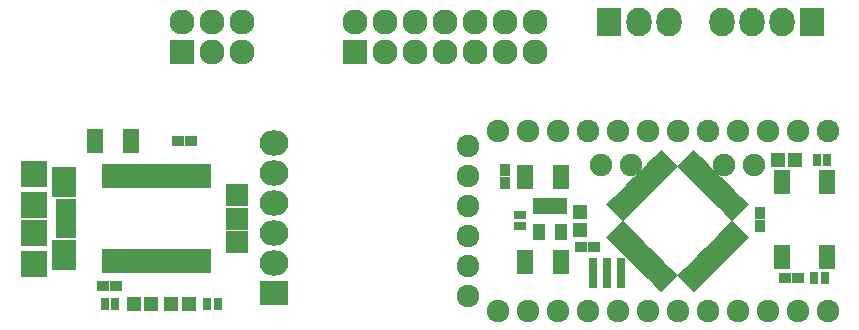
<source format=gts>
G04 #@! TF.FileFunction,Soldermask,Top*
%FSLAX46Y46*%
G04 Gerber Fmt 4.6, Leading zero omitted, Abs format (unit mm)*
G04 Created by KiCad (PCBNEW 4.0.0-stable) date Wednesday, February 03, 2016 'PMt' 01:26:16 PM*
%MOMM*%
G01*
G04 APERTURE LIST*
%ADD10C,0.100000*%
%ADD11R,1.400000X2.100000*%
%ADD12R,1.400000X2.000000*%
%ADD13R,1.197560X1.197560*%
%ADD14R,2.432000X2.127200*%
%ADD15O,2.432000X2.127200*%
%ADD16C,1.924000*%
%ADD17C,1.900000*%
%ADD18R,0.800000X2.500000*%
%ADD19R,1.050000X1.460000*%
%ADD20R,0.900000X1.000000*%
%ADD21R,1.000000X0.900000*%
%ADD22R,0.800000X1.000000*%
%ADD23R,1.000000X0.800000*%
%ADD24R,1.900000X1.900000*%
%ADD25R,2.127200X2.127200*%
%ADD26O,2.127200X2.127200*%
%ADD27R,2.127200X2.432000*%
%ADD28O,2.127200X2.432000*%
%ADD29R,2.300000X2.300000*%
%ADD30R,2.300000X2.200000*%
%ADD31R,2.000000X2.500000*%
%ADD32R,1.750000X0.800000*%
%ADD33R,0.850000X2.150000*%
G04 APERTURE END LIST*
D10*
D11*
X147325000Y-119245000D03*
X147325000Y-125545000D03*
X151125000Y-125545000D03*
X151125000Y-119245000D03*
D10*
G36*
X133108666Y-124583288D02*
X132436914Y-123911536D01*
X133851128Y-122497322D01*
X134522880Y-123169074D01*
X133108666Y-124583288D01*
X133108666Y-124583288D01*
G37*
G36*
X133674352Y-125148973D02*
X133002600Y-124477221D01*
X134416814Y-123063007D01*
X135088566Y-123734759D01*
X133674352Y-125148973D01*
X133674352Y-125148973D01*
G37*
G36*
X134240037Y-125714659D02*
X133568285Y-125042907D01*
X134982499Y-123628693D01*
X135654251Y-124300445D01*
X134240037Y-125714659D01*
X134240037Y-125714659D01*
G37*
G36*
X134805722Y-126280344D02*
X134133970Y-125608592D01*
X135548184Y-124194378D01*
X136219936Y-124866130D01*
X134805722Y-126280344D01*
X134805722Y-126280344D01*
G37*
G36*
X135371408Y-126846030D02*
X134699656Y-126174278D01*
X136113870Y-124760064D01*
X136785622Y-125431816D01*
X135371408Y-126846030D01*
X135371408Y-126846030D01*
G37*
G36*
X135937093Y-127411715D02*
X135265341Y-126739963D01*
X136679555Y-125325749D01*
X137351307Y-125997501D01*
X135937093Y-127411715D01*
X135937093Y-127411715D01*
G37*
G36*
X136502779Y-127977400D02*
X135831027Y-127305648D01*
X137245241Y-125891434D01*
X137916993Y-126563186D01*
X136502779Y-127977400D01*
X136502779Y-127977400D01*
G37*
G36*
X137068464Y-128543086D02*
X136396712Y-127871334D01*
X137810926Y-126457120D01*
X138482678Y-127128872D01*
X137068464Y-128543086D01*
X137068464Y-128543086D01*
G37*
G36*
X140533288Y-127871334D02*
X139861536Y-128543086D01*
X138447322Y-127128872D01*
X139119074Y-126457120D01*
X140533288Y-127871334D01*
X140533288Y-127871334D01*
G37*
G36*
X141098973Y-127305648D02*
X140427221Y-127977400D01*
X139013007Y-126563186D01*
X139684759Y-125891434D01*
X141098973Y-127305648D01*
X141098973Y-127305648D01*
G37*
G36*
X141664659Y-126739963D02*
X140992907Y-127411715D01*
X139578693Y-125997501D01*
X140250445Y-125325749D01*
X141664659Y-126739963D01*
X141664659Y-126739963D01*
G37*
G36*
X142230344Y-126174278D02*
X141558592Y-126846030D01*
X140144378Y-125431816D01*
X140816130Y-124760064D01*
X142230344Y-126174278D01*
X142230344Y-126174278D01*
G37*
G36*
X142796030Y-125608592D02*
X142124278Y-126280344D01*
X140710064Y-124866130D01*
X141381816Y-124194378D01*
X142796030Y-125608592D01*
X142796030Y-125608592D01*
G37*
G36*
X143361715Y-125042907D02*
X142689963Y-125714659D01*
X141275749Y-124300445D01*
X141947501Y-123628693D01*
X143361715Y-125042907D01*
X143361715Y-125042907D01*
G37*
G36*
X143927400Y-124477221D02*
X143255648Y-125148973D01*
X141841434Y-123734759D01*
X142513186Y-123063007D01*
X143927400Y-124477221D01*
X143927400Y-124477221D01*
G37*
G36*
X144493086Y-123911536D02*
X143821334Y-124583288D01*
X142407120Y-123169074D01*
X143078872Y-122497322D01*
X144493086Y-123911536D01*
X144493086Y-123911536D01*
G37*
G36*
X143078872Y-122532678D02*
X142407120Y-121860926D01*
X143821334Y-120446712D01*
X144493086Y-121118464D01*
X143078872Y-122532678D01*
X143078872Y-122532678D01*
G37*
G36*
X142513186Y-121966993D02*
X141841434Y-121295241D01*
X143255648Y-119881027D01*
X143927400Y-120552779D01*
X142513186Y-121966993D01*
X142513186Y-121966993D01*
G37*
G36*
X141947501Y-121401307D02*
X141275749Y-120729555D01*
X142689963Y-119315341D01*
X143361715Y-119987093D01*
X141947501Y-121401307D01*
X141947501Y-121401307D01*
G37*
G36*
X141381816Y-120835622D02*
X140710064Y-120163870D01*
X142124278Y-118749656D01*
X142796030Y-119421408D01*
X141381816Y-120835622D01*
X141381816Y-120835622D01*
G37*
G36*
X140816130Y-120269936D02*
X140144378Y-119598184D01*
X141558592Y-118183970D01*
X142230344Y-118855722D01*
X140816130Y-120269936D01*
X140816130Y-120269936D01*
G37*
G36*
X140250445Y-119704251D02*
X139578693Y-119032499D01*
X140992907Y-117618285D01*
X141664659Y-118290037D01*
X140250445Y-119704251D01*
X140250445Y-119704251D01*
G37*
G36*
X139684759Y-119138566D02*
X139013007Y-118466814D01*
X140427221Y-117052600D01*
X141098973Y-117724352D01*
X139684759Y-119138566D01*
X139684759Y-119138566D01*
G37*
G36*
X139119074Y-118572880D02*
X138447322Y-117901128D01*
X139861536Y-116486914D01*
X140533288Y-117158666D01*
X139119074Y-118572880D01*
X139119074Y-118572880D01*
G37*
G36*
X138482678Y-117901128D02*
X137810926Y-118572880D01*
X136396712Y-117158666D01*
X137068464Y-116486914D01*
X138482678Y-117901128D01*
X138482678Y-117901128D01*
G37*
G36*
X137916993Y-118466814D02*
X137245241Y-119138566D01*
X135831027Y-117724352D01*
X136502779Y-117052600D01*
X137916993Y-118466814D01*
X137916993Y-118466814D01*
G37*
G36*
X137351307Y-119032499D02*
X136679555Y-119704251D01*
X135265341Y-118290037D01*
X135937093Y-117618285D01*
X137351307Y-119032499D01*
X137351307Y-119032499D01*
G37*
G36*
X136785622Y-119598184D02*
X136113870Y-120269936D01*
X134699656Y-118855722D01*
X135371408Y-118183970D01*
X136785622Y-119598184D01*
X136785622Y-119598184D01*
G37*
G36*
X136219936Y-120163870D02*
X135548184Y-120835622D01*
X134133970Y-119421408D01*
X134805722Y-118749656D01*
X136219936Y-120163870D01*
X136219936Y-120163870D01*
G37*
G36*
X135654251Y-120729555D02*
X134982499Y-121401307D01*
X133568285Y-119987093D01*
X134240037Y-119315341D01*
X135654251Y-120729555D01*
X135654251Y-120729555D01*
G37*
G36*
X135088566Y-121295241D02*
X134416814Y-121966993D01*
X133002600Y-120552779D01*
X133674352Y-119881027D01*
X135088566Y-121295241D01*
X135088566Y-121295241D01*
G37*
G36*
X134522880Y-121860926D02*
X133851128Y-122532678D01*
X132436914Y-121118464D01*
X133108666Y-120446712D01*
X134522880Y-121860926D01*
X134522880Y-121860926D01*
G37*
D12*
X89150000Y-115800000D03*
X92150000Y-115800000D03*
X125575000Y-125975000D03*
X128575000Y-125975000D03*
X125575000Y-118775000D03*
X128575000Y-118775000D03*
D13*
X130225000Y-123254300D03*
X130225000Y-121755700D03*
X146925700Y-117375000D03*
X148424300Y-117375000D03*
X97099300Y-129550000D03*
X95600700Y-129550000D03*
X92400700Y-129550000D03*
X93899300Y-129550000D03*
D14*
X104250000Y-128650000D03*
D15*
X104250000Y-126110000D03*
X104250000Y-123570000D03*
X104250000Y-121030000D03*
X104250000Y-118490000D03*
X104250000Y-115950000D03*
D16*
X120689000Y-128864000D03*
X120689000Y-126324000D03*
X120689000Y-123784000D03*
X120689000Y-121244000D03*
X120689000Y-118704000D03*
X120689000Y-116164000D03*
X123229000Y-130134000D03*
X125769000Y-130134000D03*
X128309000Y-130134000D03*
X130849000Y-130134000D03*
X133389000Y-130134000D03*
X135929000Y-130134000D03*
X138469000Y-130134000D03*
X141009000Y-130134000D03*
X143549000Y-130134000D03*
X146089000Y-130134000D03*
X148629000Y-130134000D03*
X151169000Y-130134000D03*
X123229000Y-114894000D03*
X125769000Y-114894000D03*
X128309000Y-114894000D03*
X130849000Y-114894000D03*
X133389000Y-114894000D03*
X135929000Y-114894000D03*
X138469000Y-114894000D03*
X141009000Y-114894000D03*
X143549000Y-114894000D03*
X146089000Y-114894000D03*
X148629000Y-114894000D03*
X151169000Y-114894000D03*
D17*
X131992000Y-117815000D03*
X134532000Y-117815000D03*
X142406000Y-117815000D03*
X144946000Y-117815000D03*
D18*
X132475000Y-126975000D03*
X133675000Y-126975000D03*
X131275000Y-126975000D03*
D19*
X128625000Y-121275000D03*
X127675000Y-121275000D03*
X126725000Y-121275000D03*
X126725000Y-123475000D03*
X128625000Y-123475000D03*
D20*
X145475000Y-122925000D03*
X145475000Y-121825000D03*
X123875000Y-118225000D03*
X123875000Y-119325000D03*
D21*
X131425000Y-124775000D03*
X130325000Y-124775000D03*
X97250000Y-115800000D03*
X96150000Y-115800000D03*
X90950000Y-128000000D03*
X89850000Y-128000000D03*
X148625000Y-127375000D03*
X147525000Y-127375000D03*
D22*
X150025000Y-127375000D03*
X150925000Y-127375000D03*
X99550000Y-129550000D03*
X98650000Y-129550000D03*
X151125000Y-117375000D03*
X150225000Y-117375000D03*
X89950000Y-129550000D03*
X90850000Y-129550000D03*
D23*
X125115000Y-122055000D03*
X125115000Y-122955000D03*
D24*
X101200000Y-122350000D03*
X101200000Y-120350000D03*
X101200000Y-124350000D03*
D25*
X96500000Y-108200000D03*
D26*
X96500000Y-105660000D03*
X99040000Y-108200000D03*
X99040000Y-105660000D03*
X101580000Y-108200000D03*
X101580000Y-105660000D03*
D27*
X132650000Y-105650000D03*
D28*
X135190000Y-105650000D03*
X137730000Y-105650000D03*
D25*
X111150000Y-108200000D03*
D26*
X111150000Y-105660000D03*
X113690000Y-108200000D03*
X113690000Y-105660000D03*
X116230000Y-108200000D03*
X116230000Y-105660000D03*
X118770000Y-108200000D03*
X118770000Y-105660000D03*
X121310000Y-108200000D03*
X121310000Y-105660000D03*
X123850000Y-108200000D03*
X123850000Y-105660000D03*
X126390000Y-108200000D03*
X126390000Y-105660000D03*
D27*
X149850000Y-105650000D03*
D28*
X147310000Y-105650000D03*
X144770000Y-105650000D03*
X142230000Y-105650000D03*
D29*
X83975000Y-121150000D03*
X83975000Y-123550000D03*
D30*
X83975000Y-118550000D03*
X83975000Y-126150000D03*
D31*
X86525000Y-125450000D03*
D32*
X86650000Y-121050000D03*
X86650000Y-121700000D03*
X86650000Y-122349100D03*
X86650000Y-123000000D03*
X86650000Y-123650000D03*
D31*
X86525000Y-119250000D03*
D33*
X98575000Y-118750000D03*
X97925000Y-118750000D03*
X97275000Y-118750000D03*
X96625000Y-118750000D03*
X95975000Y-118750000D03*
X95325000Y-118750000D03*
X94675000Y-118750000D03*
X94025000Y-118750000D03*
X93375000Y-118750000D03*
X92725000Y-118750000D03*
X92075000Y-118750000D03*
X91425000Y-118750000D03*
X90775000Y-118750000D03*
X90125000Y-118750000D03*
X90125000Y-125950000D03*
X90775000Y-125950000D03*
X91425000Y-125950000D03*
X92075000Y-125950000D03*
X92725000Y-125950000D03*
X93375000Y-125950000D03*
X94025000Y-125950000D03*
X94675000Y-125950000D03*
X95325000Y-125950000D03*
X95975000Y-125950000D03*
X96625000Y-125950000D03*
X97275000Y-125950000D03*
X97925000Y-125950000D03*
X98575000Y-125950000D03*
M02*

</source>
